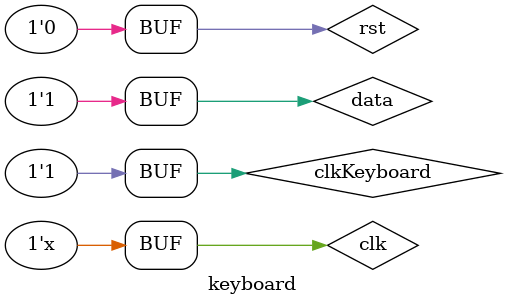
<source format=v>
`timescale 1ns / 1ps


module keyboard;

	// Inputs
	reg clk;
	reg clkKeyboard;
	reg rst;
	reg data;

	// Outputs
	wire [7:0] keyCodeOut;

	// Instantiate the Unit Under Test (UUT)
	keyboard_interface uut (
		.clk(clk), 
		.clkKeyboard(clkKeyboard), 
		.rst(rst), 
		.data(data), 
		.keyCodeOut(keyCodeOut)
	);

	initial begin
		// Initialize Inputs
		clk = 0;
		clkKeyboard = 1;
		rst = 0;
		data = 1;

		// Wait 100 ns for global reset to finish
		#100;
		#5 rst<=1;
		#5 rst<=0;
		#20; //send Q return value 15h
		#20 data<=0;
      #30 clkKeyboard<=0;
      #50 clkKeyboard<=1;
		#20 data<=1;
      #30 clkKeyboard<=0;
      #50 clkKeyboard<=1;
		#20 data<=0;
      #30 clkKeyboard<=0;
      #50 clkKeyboard<=1;
      #20 data<=1;
		#30 clkKeyboard<=0;
      #50 clkKeyboard<=1;
		#20 data<=0;
      #30 clkKeyboard<=0;
      #50 clkKeyboard<=1;
		#20 data<=1;
      #30 clkKeyboard<=0;
		#50 clkKeyboard<=1;
		#20 data<=0;
      #30 clkKeyboard<=0;
      #50 clkKeyboard<=1;
      #50 clkKeyboard<=0;
      #50 clkKeyboard<=1;
      #50 clkKeyboard<=0;
      #50 clkKeyboard<=1;
      #50 clkKeyboard<=0;
      #50 clkKeyboard<=1;
		#20 data<=1;
      #50 clkKeyboard<=0;
      #50 clkKeyboard<=1;
		// Add stimulus here

	end
      
	always
		#5 clk <= ~clk;
		
endmodule


</source>
